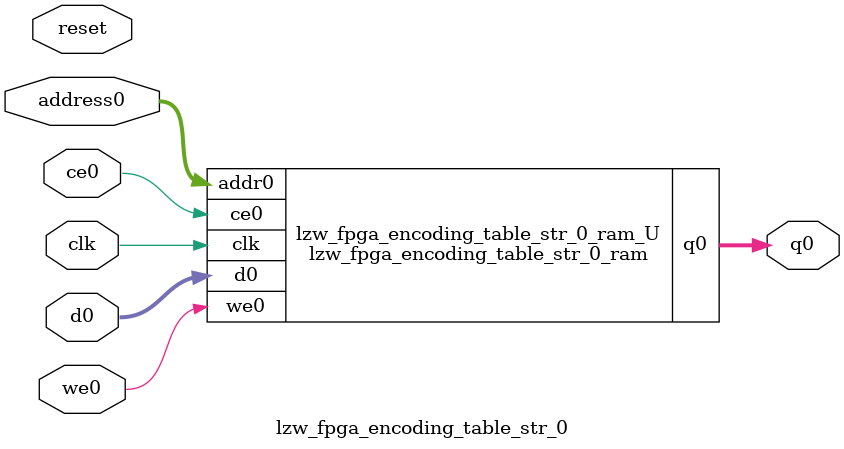
<source format=v>
`timescale 1 ns / 1 ps
module lzw_fpga_encoding_table_str_0_ram (addr0, ce0, d0, we0, q0,  clk);

parameter DWIDTH = 8;
parameter AWIDTH = 18;
parameter MEM_SIZE = 262144;

input[AWIDTH-1:0] addr0;
input ce0;
input[DWIDTH-1:0] d0;
input we0;
output reg[DWIDTH-1:0] q0;
input clk;

reg [DWIDTH-1:0] ram0[0:MEM_SIZE-1];



always @(posedge clk)  
begin 
    if (ce0) begin
        if (we0) 
            ram0[addr0] <= d0; 
        q0 <= ram0[addr0];
    end
end


endmodule

`timescale 1 ns / 1 ps
module lzw_fpga_encoding_table_str_0(
    reset,
    clk,
    address0,
    ce0,
    we0,
    d0,
    q0);

parameter DataWidth = 32'd8;
parameter AddressRange = 32'd262144;
parameter AddressWidth = 32'd18;
input reset;
input clk;
input[AddressWidth - 1:0] address0;
input ce0;
input we0;
input[DataWidth - 1:0] d0;
output[DataWidth - 1:0] q0;



lzw_fpga_encoding_table_str_0_ram lzw_fpga_encoding_table_str_0_ram_U(
    .clk( clk ),
    .addr0( address0 ),
    .ce0( ce0 ),
    .we0( we0 ),
    .d0( d0 ),
    .q0( q0 ));

endmodule


</source>
